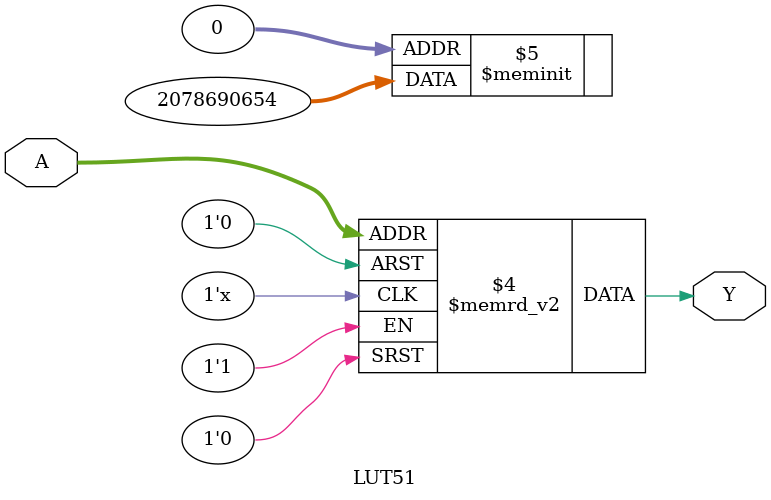
<source format=v>
/*
/*Si implementi la funzione combinatoria a 5 ingressi (A4, . . . , A0 ) e con uscita Y ad 1 bit il cui
OFF set è il seguente insieme di mintermini:
{m0,m5,m7 ,m9 ,m12 ,m13 ,m15 ,m16,m19,m20,m26 ,m31 }.
Si effettui sia un’implementazione che utilizza le funzioni booleane per definire l’uscita, sia
un’implementazione che utilizza il costrutto case. Si verifichi il funzionamento del circuito
mediante simulazione.
Il circuito può essere sperimentato con la scheda DE0, collegando gli ingressi a 4 interrut-
tori e un pulsante e l’uscita su uno dei LED.*/

module LUT51 (A,Y);
    input wire [4:0] A;
    output reg Y;

    always @(A) begin
        case(A)
            5'd0, 5'd5, 5'd7, 5'd9, 5'd12, 5'd13, 5'd15, 5'd16, 5'd19, 5'd20, 5'd26, 5'd31 : Y <= 1'b0;
            default: Y <= 1'b1;
        endcase
    end
endmodule
</source>
